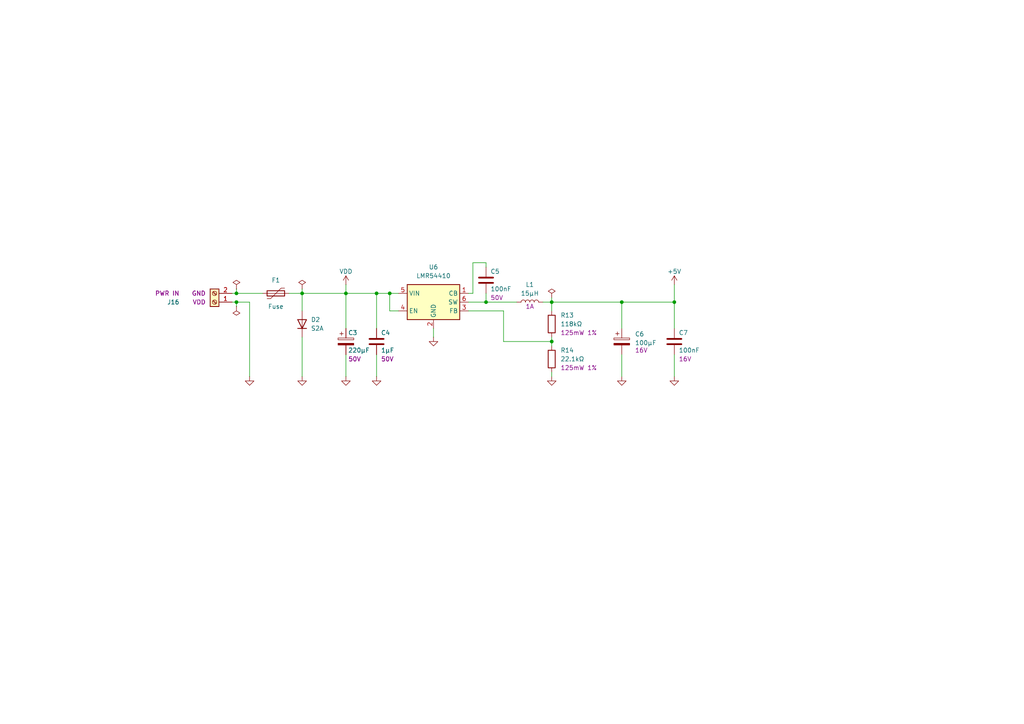
<source format=kicad_sch>
(kicad_sch (version 20231120) (generator "eeschema") (generator_version "8.0")
  (paper "A4")
  (lib_symbols
    (symbol "Device:C" (pin_numbers hide) (pin_names (offset 0.254))
      (property "Reference" "C" (at 0.635 2.54 0))
      (property "Value" "C" (at 0.635 -2.54 0))
      (symbol "C_0_1"
        (polyline (pts (xy -2.032 -0.762) (xy 2.032 -0.762)) (stroke (width 0.508)))
        (polyline (pts (xy -2.032 0.762) (xy 2.032 0.762)) (stroke (width 0.508)))
      )
      (symbol "C_1_1"
        (pin passive line (at 0 3.81 270) (length 2.794) (name "~") (number "1"))
        (pin passive line (at 0 -3.81 90) (length 2.794) (name "~") (number "2"))
      )
    )
    (symbol "Device:C_Polarized" (pin_numbers hide) (pin_names (offset 0.254))
      (property "Reference" "C" (at 0.635 2.54 0))
      (property "Value" "C_Polarized" (at 0.635 -2.54 0))
      (symbol "C_Polarized_0_1"
        (rectangle (start -2.286 0.508) (end 2.286 1.016))
        (polyline (pts (xy -1.778 2.286) (xy -0.762 2.286)))
        (polyline (pts (xy -1.27 2.794) (xy -1.27 1.778)))
        (rectangle (start 2.286 -0.508) (end -2.286 -1.016) (fill (type outline)))
      )
      (symbol "C_Polarized_1_1"
        (pin passive line (at 0 3.81 270) (length 2.794) (name "~") (number "1"))
        (pin passive line (at 0 -3.81 90) (length 2.794) (name "~") (number "2"))
      )
    )
    (symbol "Device:L" (pin_numbers hide) (pin_names (offset 1.016) hide)
      (property "Reference" "L" (at -1.27 0 90))
      (property "Value" "L" (at 1.905 0 90))
      (symbol "L_0_1"
        (arc (start 0 -2.54) (mid 0.6323 -1.905) (end 0 -1.27))
        (arc (start 0 -1.27) (mid 0.6323 -0.635) (end 0 0))
        (arc (start 0 0) (mid 0.6323 0.635) (end 0 1.27))
        (arc (start 0 1.27) (mid 0.6323 1.905) (end 0 2.54))
      )
      (symbol "L_1_1"
        (pin passive line (at 0 3.81 270) (length 1.27) (name "1") (number "1"))
        (pin passive line (at 0 -3.81 90) (length 1.27) (name "2") (number "2"))
      )
    )
    (symbol "Device:Polyfuse" (pin_numbers hide) (pin_names (offset 0))
      (property "Reference" "F" (at -2.54 0 90))
      (property "Value" "Polyfuse" (at 2.54 0 90))
      (symbol "Polyfuse_0_1"
        (rectangle (start -0.762 2.54) (end 0.762 -2.54) (stroke (width 0.254)))
        (polyline (pts (xy 0 2.54) (xy 0 -2.54)))
        (polyline (pts (xy -1.524 2.54) (xy -1.524 1.524) (xy 1.524 -1.524) (xy 1.524 -2.54)))
      )
      (symbol "Polyfuse_1_1"
        (pin passive line (at 0 3.81 270) (length 1.27) (name "~") (number "1"))
        (pin passive line (at 0 -3.81 90) (length 1.27) (name "~") (number "2"))
      )
    )
    (symbol "Device:R" (pin_numbers hide) (pin_names (offset 0))
      (property "Reference" "R" (at 2.032 0 90))
      (property "Value" "R" (at 0 0 90))
      (symbol "R_0_1"
        (rectangle (start -1.016 -2.54) (end 1.016 2.54) (stroke (width 0.254)))
      )
      (symbol "R_1_1"
        (pin passive line (at 0 3.81 270) (length 1.27) (name "~") (number "1"))
        (pin passive line (at 0 -3.81 90) (length 1.27) (name "~") (number "2"))
      )
    )
    (symbol "Diode:1N4007" (pin_numbers hide) (pin_names hide)
      (property "Reference" "D" (at 0 2.54 0))
      (property "Value" "1N4007" (at 0 -2.54 0))
      (symbol "1N4007_0_1"
        (polyline (pts (xy -1.27 1.27) (xy -1.27 -1.27)) (stroke (width 0.254)))
        (polyline (pts (xy 1.27 0) (xy -1.27 0)))
        (polyline (pts (xy 1.27 1.27) (xy 1.27 -1.27) (xy -1.27 0) (xy 1.27 1.27)) (stroke (width 0.254)))
      )
      (symbol "1N4007_1_1"
        (pin passive line (at -3.81 0 0) (length 2.54) (name "K") (number "1"))
        (pin passive line (at 3.81 0 180) (length 2.54) (name "A") (number "2"))
      )
    )
    (symbol "conn:Screw_Terminal_01x02" (pin_names (offset 1.016) hide)
      (property "Reference" "J" (at 10.16 0 0))
      (property "Purpose Pin1" "T1" (at 2.54 0 0))
      (property "Purpose Pin2" "T2" (at 2.54 -2.54 0))
      (property "Purpose" "Terminal" (at 10.16 -2.54 0))
      (symbol "Screw_Terminal_01x02_1_1"
        (rectangle (start -1.27 1.27) (end 1.27 -3.81) (stroke (width 0.254)) (fill (type background)))
        (circle (center 0 -2.54) (radius 0.635) (stroke (width 0.1524)))
        (polyline (pts (xy -0.5334 -2.2098) (xy 0.3302 -3.048)) (stroke (width 0.1524)))
        (polyline (pts (xy -0.5334 0.3302) (xy 0.3302 -0.508)) (stroke (width 0.1524)))
        (polyline (pts (xy -0.3556 -2.032) (xy 0.508 -2.8702)) (stroke (width 0.1524)))
        (polyline (pts (xy -0.3556 0.508) (xy 0.508 -0.3302)) (stroke (width 0.1524)))
        (circle (center 0 0) (radius 0.635) (stroke (width 0.1524)))
        (pin passive line (at -5.08 0 0) (length 3.81) (name "Pin_1") (number "1"))
        (pin passive line (at -5.08 -2.54 0) (length 3.81) (name "Pin_2") (number "2"))
      )
    )
    (symbol "ics_custom:LMR54410"
      (property "Reference" "U" (at -7.62 6.35 0))
      (property "Value" "LMR54410" (at 0 6.35 0))
      (symbol "LMR54410_0_1"
        (rectangle (start -7.62 5.08) (end 7.62 -5.08) (stroke (width 0.254)) (fill (type background)))
      )
      (symbol "LMR54410_1_1"
        (pin passive line (at 10.16 2.54 180) (length 2.54) (name "CB") (number "1"))
        (pin power_in line (at 0 -7.62 90) (length 2.54) (name "GND") (number "2"))
        (pin input line (at 10.16 -2.54 180) (length 2.54) (name "FB") (number "3"))
        (pin input line (at -10.16 -2.54 0) (length 2.54) (name "EN") (number "4"))
        (pin power_in line (at -10.16 2.54 0) (length 2.54) (name "VIN") (number "5"))
        (pin power_out line (at 10.16 0 180) (length 2.54) (name "SW") (number "6"))
      )
    )
    (symbol "power:+5V" (power) (pin_numbers hide) (pin_names (offset 0) hide)
      (property "Value" "+5V" (at 0 3.556 0))
      (symbol "+5V_0_1"
        (polyline (pts (xy -0.762 1.27) (xy 0 2.54)))
        (polyline (pts (xy 0 0) (xy 0 2.54)))
        (polyline (pts (xy 0 2.54) (xy 0.762 1.27)))
      )
      (symbol "+5V_1_1"
        (pin power_in line (at 0 0 90) (length 0) (name "~") (number "1"))
      )
    )
    (symbol "power:GND" (power) (pin_numbers hide) (pin_names (offset 0) hide)
      (property "Value" "GND" (at 0 -3.81 0))
      (symbol "GND_0_1"
        (polyline (pts (xy 0 0) (xy 0 -1.27) (xy 1.27 -1.27) (xy 0 -2.54) (xy -1.27 -1.27) (xy 0 -1.27)))
      )
      (symbol "GND_1_1"
        (pin power_in line (at 0 0 270) (length 0) (name "~") (number "1"))
      )
    )
    (symbol "power:PWR_FLAG" (power) (pin_numbers hide) (pin_names (offset 0) hide)
      (property "Value" "PWR_FLAG" (at 0 3.81 0))
      (symbol "PWR_FLAG_0_0"
        (pin power_out line (at 0 0 90) (length 0) (name "~") (number "1"))
      )
      (symbol "PWR_FLAG_0_1"
        (polyline (pts (xy 0 0) (xy 0 1.27) (xy -1.016 1.905) (xy 0 2.54) (xy 1.016 1.905) (xy 0 1.27)))
      )
    )
    (symbol "power:VDD" (power) (pin_numbers hide) (pin_names (offset 0) hide)
      (property "Value" "VDD" (at 0 3.556 0))
      (symbol "VDD_0_1"
        (polyline (pts (xy -0.762 1.27) (xy 0 2.54)))
        (polyline (pts (xy 0 0) (xy 0 2.54)))
        (polyline (pts (xy 0 2.54) (xy 0.762 1.27)))
      )
      (symbol "VDD_1_1"
        (pin power_in line (at 0 0 90) (length 0) (name "~") (number "1"))
      )
    )
  )
  (junction (at 113.03 85.09))
  (junction (at 68.58 87.63))
  (junction (at 195.58 87.63))
  (junction (at 160.02 87.63))
  (junction (at 140.97 87.63))
  (junction (at 68.58 85.09))
  (junction (at 109.22 85.09))
  (junction (at 100.33 85.09))
  (junction (at 160.02 99.06))
  (junction (at 180.34 87.63))
  (junction (at 87.63 85.09))
  (wire (pts (xy 160.02 97.79) (xy 160.02 99.06)))
  (wire (pts (xy 180.34 87.63) (xy 160.02 87.63)))
  (wire (pts (xy 72.39 109.22) (xy 72.39 87.63)))
  (wire (pts (xy 195.58 87.63) (xy 195.58 95.25)))
  (wire (pts (xy 160.02 107.95) (xy 160.02 109.22)))
  (wire (pts (xy 87.63 97.79) (xy 87.63 109.22)))
  (wire (pts (xy 115.57 85.09) (xy 113.03 85.09)))
  (wire (pts (xy 160.02 99.06) (xy 160.02 100.33)))
  (wire (pts (xy 68.58 88.9) (xy 68.58 87.63)))
  (wire (pts (xy 140.97 85.09) (xy 140.97 87.63)))
  (wire (pts (xy 109.22 85.09) (xy 100.33 85.09)))
  (wire (pts (xy 137.16 76.2) (xy 137.16 85.09)))
  (wire (pts (xy 100.33 82.55) (xy 100.33 85.09)))
  (wire (pts (xy 68.58 83.82) (xy 68.58 85.09)))
  (wire (pts (xy 87.63 85.09) (xy 87.63 90.17)))
  (wire (pts (xy 160.02 86.36) (xy 160.02 87.63)))
  (wire (pts (xy 135.89 87.63) (xy 140.97 87.63)))
  (wire (pts (xy 109.22 102.87) (xy 109.22 109.22)))
  (wire (pts (xy 146.05 90.17) (xy 135.89 90.17)))
  (wire (pts (xy 180.34 102.87) (xy 180.34 109.22)))
  (wire (pts (xy 180.34 95.25) (xy 180.34 87.63)))
  (wire (pts (xy 100.33 102.87) (xy 100.33 109.22)))
  (wire (pts (xy 67.31 85.09) (xy 68.58 85.09)))
  (wire (pts (xy 87.63 83.82) (xy 87.63 85.09)))
  (wire (pts (xy 137.16 85.09) (xy 135.89 85.09)))
  (wire (pts (xy 87.63 85.09) (xy 83.82 85.09)))
  (wire (pts (xy 115.57 90.17) (xy 113.03 90.17)))
  (wire (pts (xy 113.03 90.17) (xy 113.03 85.09)))
  (wire (pts (xy 146.05 99.06) (xy 146.05 90.17)))
  (wire (pts (xy 140.97 87.63) (xy 149.86 87.63)))
  (wire (pts (xy 140.97 77.47) (xy 140.97 76.2)))
  (wire (pts (xy 195.58 102.87) (xy 195.58 109.22)))
  (wire (pts (xy 180.34 87.63) (xy 195.58 87.63)))
  (wire (pts (xy 72.39 87.63) (xy 68.58 87.63)))
  (wire (pts (xy 68.58 87.63) (xy 67.31 87.63)))
  (wire (pts (xy 68.58 85.09) (xy 76.2 85.09)))
  (wire (pts (xy 100.33 85.09) (xy 100.33 95.25)))
  (wire (pts (xy 160.02 87.63) (xy 160.02 90.17)))
  (wire (pts (xy 160.02 99.06) (xy 146.05 99.06)))
  (wire (pts (xy 195.58 82.55) (xy 195.58 87.63)))
  (wire (pts (xy 125.73 95.25) (xy 125.73 97.79)))
  (wire (pts (xy 109.22 85.09) (xy 109.22 95.25)))
  (wire (pts (xy 87.63 85.09) (xy 100.33 85.09)))
  (wire (pts (xy 140.97 76.2) (xy 137.16 76.2)))
  (wire (pts (xy 157.48 87.63) (xy 160.02 87.63)))
  (wire (pts (xy 113.03 85.09) (xy 109.22 85.09)))
  (symbol (lib_id "power:GND") (at 100.33 109.22 0) (unit 1)
    (property "Reference" "#PWR070" (effects (hide yes)))
    (property "Value" "GND" (effects (hide yes)))
  )
  (symbol (lib_id "Device:R") (at 160.02 93.98 180) (unit 1)
    (property "Reference" "R13" (at 162.56 91.44 0) (effects (justify right)))
    (property "Value" "118kΩ" (at 162.56 93.98 0) (effects (justify right)))
    (property "Footprint" "Resistor_SMD:R_0805_2012Metric" (effects (hide yes)))
    (property "Shop" "https://bg.farnell.com/vishay/crcw0805118kfkea/res-118k-1-0-125w-0805-thick-film/dp/2139035" (effects (hide yes)))
    (property "Info" "125mW 1%" (at 162.56 96.52 0) (effects (justify right)))
    (property "Part" "R 118kΩ 125mW 1% 0805" (effects (hide yes)))
  )
  (symbol (lib_id "power:GND") (at 195.58 109.22 0) (unit 1)
    (property "Reference" "#PWR076" (effects (hide yes)))
    (property "Value" "GND" (effects (hide yes)))
  )
  (symbol (lib_id "Device:C") (at 140.97 81.28 0) (unit 1)
    (property "Reference" "C5" (at 142.24 78.74 0) (effects (justify left)))
    (property "Value" "100nF" (at 142.24 83.82 0) (effects (justify left)))
    (property "Footprint" "Capacitor_SMD:C_0805_2012Metric" (effects (hide yes)))
    (property "Info" "50V" (at 142.24 86.36 0) (effects (justify left)))
    (property "Shop" "https://store.comet.bg/Catalogue/Product/24725/" (effects (hide yes)))
    (property "Part" "C 100nF 50V 0805" (effects (hide yes)))
  )
  (symbol (lib_id "Device:C") (at 195.58 99.06 0) (unit 1)
    (property "Reference" "C7" (at 196.85 96.52 0) (effects (justify left)))
    (property "Value" "100nF" (at 196.85 101.6 0) (effects (justify left)))
    (property "Footprint" "Capacitor_SMD:C_0805_2012Metric" (effects (hide yes)))
    (property "Info" "16V" (at 196.85 104.14 0) (effects (justify left)))
    (property "Shop" "https://store.comet.bg/Catalogue/Product/16789/" (effects (hide yes)))
    (property "Part" "C 100nF 16V 0805" (effects (hide yes)))
  )
  (symbol (lib_id "power:+5V") (at 195.58 82.55 0) (unit 1)
    (property "Reference" "#PWR075" (effects (hide yes)))
    (property "Value" "+5V" (at 195.58 78.74 0))
    (property "Description" "Power symbol creates a global label with name \"+5V\"" (effects (hide yes)))
  )
  (symbol (lib_id "power:GND") (at 87.63 109.22 0) (unit 1)
    (property "Reference" "#PWR068" (effects (hide yes)))
    (property "Value" "GND" (effects (hide yes)))
  )
  (symbol (lib_id "power:GND") (at 180.34 109.22 0) (unit 1)
    (property "Reference" "#PWR074" (effects (hide yes)))
    (property "Value" "GND" (effects (hide yes)))
  )
  (symbol (lib_id "power:PWR_FLAG") (at 68.58 88.9 180) (unit 1)
    (property "Reference" "#FLG04" (effects (hide yes)))
    (property "Value" "PWR_FLAG" (effects (hide yes)))
    (property "Description" "Special symbol for telling ERC where power comes from" (effects (hide yes)))
  )
  (symbol (lib_id "conn:Screw_Terminal_01x02") (at 62.23 87.63 180) (unit 1)
    (property "Reference" "J16" (at 52.07 87.63 0) (effects (justify left)))
    (property "Value" "Screw_Terminal_01x02" (effects (hide yes)))
    (property "Footprint" "conn:TerminalBlock_1x02_P5.00mm_Horizontal" (effects (hide yes)))
    (property "Purpose Pin1" "VDD" (at 59.69 87.63 0) (effects (justify left)))
    (property "Purpose Pin2" "GND" (at 59.69 85.09 0) (effects (justify left)))
    (property "Purpose" "PWR IN" (at 52.07 85.09 0) (effects (justify left)))
    (property "Shop" "https://store.comet.bg/Catalogue/Product/49346/, https://store.comet.bg/Catalogue/Product/45022/" (effects (hide yes)))
    (property "Part" "DG127-5.0-02P-14-00AH" (effects (hide yes)))
  )
  (symbol (lib_id "Device:C") (at 109.22 99.06 0) (unit 1)
    (property "Reference" "C4" (at 110.49 96.52 0) (effects (justify left)))
    (property "Value" "1μF" (at 110.49 101.6 0) (effects (justify left)))
    (property "Footprint" "Capacitor_SMD:C_0805_2012Metric" (effects (hide yes)))
    (property "Shop" "https://store.comet.bg/Catalogue/Product/9031/" (effects (hide yes)))
    (property "Info" "50V" (at 110.49 104.14 0) (effects (justify left)))
    (property "Part" "C 1μF 50V 0805" (effects (hide yes)))
  )
  (symbol (lib_id "power:PWR_FLAG") (at 68.58 83.82 0) (unit 1)
    (property "Reference" "#FLG03" (effects (hide yes)))
    (property "Value" "PWR_FLAG" (effects (hide yes)))
    (property "Description" "Special symbol for telling ERC where power comes from" (effects (hide yes)))
  )
  (symbol (lib_id "Device:R") (at 160.02 104.14 180) (unit 1)
    (property "Reference" "R14" (at 162.56 101.6 0) (effects (justify right)))
    (property "Value" "22.1kΩ" (at 162.56 104.14 0) (effects (justify right)))
    (property "Footprint" "Resistor_SMD:R_0805_2012Metric" (effects (hide yes)))
    (property "Shop" "https://bg.farnell.com/yageo/rc0805fr-0722k1l/res-22k1-1-0-125w-0805-thick-film/dp/3496003" (effects (hide yes)))
    (property "Info" "125mW 1%" (at 162.56 106.68 0) (effects (justify right)))
    (property "Part" "R 22.1kΩ 125mW 1% 0805" (effects (hide yes)))
  )
  (symbol (lib_id "Device:C_Polarized") (at 100.33 99.06 0) (unit 1)
    (property "Reference" "C3" (at 100.965 96.52 0) (effects (justify left)))
    (property "Value" "220μF" (at 100.965 101.6 0) (effects (justify left)))
    (property "Footprint" "Capacitor_THT:CP_Radial_D10.0mm_P5.00mm" (effects (hide yes)))
    (property "Shop" "https://store.comet.bg/Catalogue/Product/4242/" (effects (hide yes)))
    (property "Info" "50V" (at 102.87 104.14 0))
    (property "Part" "C 220μF 50V P5" (effects (hide yes)))
  )
  (symbol (lib_id "power:PWR_FLAG") (at 87.63 83.82 0) (unit 1)
    (property "Reference" "#FLG05" (effects (hide yes)))
    (property "Value" "PWR_FLAG" (effects (hide yes)))
  )
  (symbol (lib_id "power:GND") (at 109.22 109.22 0) (unit 1)
    (property "Reference" "#PWR071" (effects (hide yes)))
    (property "Value" "GND" (effects (hide yes)))
  )
  (symbol (lib_id "Device:C_Polarized") (at 180.34 99.06 0) (unit 1)
    (property "Reference" "C6" (at 184.15 96.9009 0) (effects (justify left)))
    (property "Value" "100μF" (at 184.15 99.4409 0) (effects (justify left)))
    (property "Footprint" "Capacitor_THT:CP_Radial_D5.0mm_P2.00mm" (effects (hide yes)))
    (property "Description" "Polarized capacitor" (effects (hide yes)))
    (property "Shop" "https://store.comet.bg/Catalogue/Product/29512/" (effects (hide yes)))
    (property "Part" "C 100μF 16V P2" (effects (hide yes)))
    (property "Info" "16V" (at 184.15 101.6 0) (effects (justify left)))
  )
  (symbol (lib_id "Device:Polyfuse") (at 80.01 85.09 90) (unit 1)
    (property "Reference" "F1" (at 80.01 81.28 90))
    (property "Value" "Fuse" (at 80.01 88.9 90))
    (property "Footprint" "conn:Fuseholder_FS002" (effects (hide yes)))
    (property "Shop" "2x https://store.comet.bg/Catalogue/Product/51167/" (effects (hide yes)))
    (property "Part" "2x FS-002" (effects (hide yes)))
  )
  (symbol (lib_id "power:GND") (at 72.39 109.22 0) (unit 1)
    (property "Reference" "#PWR067" (effects (hide yes)))
    (property "Value" "GND" (effects (hide yes)))
  )
  (symbol (lib_id "ics_custom:LMR54410") (at 125.73 87.63 0) (unit 1)
    (property "Reference" "U6" (at 125.73 77.47 0))
    (property "Value" "LMR54410" (at 125.73 80.01 0))
    (property "Footprint" "Package_TO_SOT_SMD:SOT-23-6" (effects (hide yes)))
    (property "Datasheet" "https://www.ti.com/lit/ds/symlink/lmr51430.pdf" (effects (hide yes)))
    (property "Description" "4.5-V to 36-V, 1-A synchronous buck converter with 40-µA IQ, SOT-23-6" (effects (hide yes)))
    (property "Part" "LMR54410FDBVR" (effects (hide yes)))
    (property "Shop" "https://eu.mouser.com/ProductDetail/Texas-Instruments/LMR54410FDBVR?qs=rSMjJ%252B1ewcShbG4Q7wcNsA%3D%3D" (effects (hide yes)))
  )
  (symbol (lib_id "power:GND") (at 125.73 97.79 0) (unit 1)
    (property "Reference" "#PWR072" (effects (hide yes)))
    (property "Value" "GND" (effects (hide yes)))
  )
  (symbol (lib_id "power:VDD") (at 100.33 82.55 0) (unit 1)
    (property "Reference" "#PWR069" (effects (hide yes)))
    (property "Value" "VDD" (at 100.33 78.74 0))
    (property "Description" "Power symbol creates a global label with name \"VDD\"" (effects (hide yes)))
  )
  (symbol (lib_id "Diode:1N4007") (at 87.63 93.98 90) (unit 1)
    (property "Reference" "D2" (at 90.17 92.7099 90) (effects (justify right)))
    (property "Value" "S2A" (at 90.17 95.2499 90) (effects (justify right)))
    (property "Footprint" "Diode_SMD:D_SMB" (effects (hide yes)))
    (property "Datasheet" "http://www.vishay.com/docs/88503/1n4001.pdf" (effects (hide yes)))
    (property "Description" "1000V 1A General Purpose Rectifier Diode, DO-41" (effects (hide yes)))
    (property "Sim.Device" "D" (effects (hide yes)))
    (property "Sim.Pins" "1=K 2=A" (effects (hide yes)))
    (property "Shop" "https://store.comet.bg/Catalogue/Product/48275/" (effects (hide yes)))
    (property "LCSC" "C7420368" (effects (hide yes)))
    (property "Part" "S2A" (effects (hide yes)))
  )
  (symbol (lib_id "power:PWR_FLAG") (at 160.02 86.36 0) (unit 1)
    (property "Reference" "#FLG06" (effects (hide yes)))
    (property "Value" "PWR_FLAG" (effects (hide yes)))
    (property "Description" "Special symbol for telling ERC where power comes from" (effects (hide yes)))
  )
  (symbol (lib_id "Device:L") (at 153.67 87.63 90) (unit 1)
    (property "Reference" "L1" (at 153.67 82.55 90))
    (property "Value" "15μH" (at 153.67 85.09 90))
    (property "Footprint" "Inductor_SMD:L_Changjiang_FNR6045S" (effects (hide yes)))
    (property "Description" "Inductor" (effects (hide yes)))
    (property "Shop" "https://store.comet.bg/Catalogue/Product/49990/" (effects (hide yes)))
    (property "Part" "NRS6045T150MMGK" (effects (hide yes)))
    (property "Info" "1A" (at 153.67 88.9 90))
  )
  (symbol (lib_id "power:GND") (at 160.02 109.22 0) (unit 1)
    (property "Reference" "#PWR073" (effects (hide yes)))
    (property "Value" "GND" (effects (hide yes)))
  )
)
</source>
